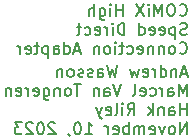
<source format=gbo>
G04 #@! TF.GenerationSoftware,KiCad,Pcbnew,7.0.8*
G04 #@! TF.CreationDate,2023-12-01T23:48:08-08:00*
G04 #@! TF.ProjectId,COMiX-Edge-Adapter-Slim,434f4d69-582d-4456-9467-652d41646170,rev?*
G04 #@! TF.SameCoordinates,Original*
G04 #@! TF.FileFunction,Legend,Bot*
G04 #@! TF.FilePolarity,Positive*
%FSLAX46Y46*%
G04 Gerber Fmt 4.6, Leading zero omitted, Abs format (unit mm)*
G04 Created by KiCad (PCBNEW 7.0.8) date 2023-12-01 23:48:08*
%MOMM*%
%LPD*%
G01*
G04 APERTURE LIST*
%ADD10C,0.150000*%
%ADD11C,1.400000*%
%ADD12O,1.400000X1.400000*%
%ADD13R,1.600000X1.600000*%
%ADD14O,1.600000X1.600000*%
%ADD15R,1.700000X1.700000*%
%ADD16O,1.700000X1.700000*%
%ADD17R,8.890000X1.397000*%
G04 APERTURE END LIST*
D10*
X228148992Y-133968580D02*
X228196611Y-134016200D01*
X228196611Y-134016200D02*
X228339468Y-134063819D01*
X228339468Y-134063819D02*
X228434706Y-134063819D01*
X228434706Y-134063819D02*
X228577563Y-134016200D01*
X228577563Y-134016200D02*
X228672801Y-133920961D01*
X228672801Y-133920961D02*
X228720420Y-133825723D01*
X228720420Y-133825723D02*
X228768039Y-133635247D01*
X228768039Y-133635247D02*
X228768039Y-133492390D01*
X228768039Y-133492390D02*
X228720420Y-133301914D01*
X228720420Y-133301914D02*
X228672801Y-133206676D01*
X228672801Y-133206676D02*
X228577563Y-133111438D01*
X228577563Y-133111438D02*
X228434706Y-133063819D01*
X228434706Y-133063819D02*
X228339468Y-133063819D01*
X228339468Y-133063819D02*
X228196611Y-133111438D01*
X228196611Y-133111438D02*
X228148992Y-133159057D01*
X227529944Y-133063819D02*
X227339468Y-133063819D01*
X227339468Y-133063819D02*
X227244230Y-133111438D01*
X227244230Y-133111438D02*
X227148992Y-133206676D01*
X227148992Y-133206676D02*
X227101373Y-133397152D01*
X227101373Y-133397152D02*
X227101373Y-133730485D01*
X227101373Y-133730485D02*
X227148992Y-133920961D01*
X227148992Y-133920961D02*
X227244230Y-134016200D01*
X227244230Y-134016200D02*
X227339468Y-134063819D01*
X227339468Y-134063819D02*
X227529944Y-134063819D01*
X227529944Y-134063819D02*
X227625182Y-134016200D01*
X227625182Y-134016200D02*
X227720420Y-133920961D01*
X227720420Y-133920961D02*
X227768039Y-133730485D01*
X227768039Y-133730485D02*
X227768039Y-133397152D01*
X227768039Y-133397152D02*
X227720420Y-133206676D01*
X227720420Y-133206676D02*
X227625182Y-133111438D01*
X227625182Y-133111438D02*
X227529944Y-133063819D01*
X226672801Y-134063819D02*
X226672801Y-133063819D01*
X226672801Y-133063819D02*
X226339468Y-133778104D01*
X226339468Y-133778104D02*
X226006135Y-133063819D01*
X226006135Y-133063819D02*
X226006135Y-134063819D01*
X225529944Y-134063819D02*
X225529944Y-133397152D01*
X225529944Y-133063819D02*
X225577563Y-133111438D01*
X225577563Y-133111438D02*
X225529944Y-133159057D01*
X225529944Y-133159057D02*
X225482325Y-133111438D01*
X225482325Y-133111438D02*
X225529944Y-133063819D01*
X225529944Y-133063819D02*
X225529944Y-133159057D01*
X225148992Y-133063819D02*
X224482326Y-134063819D01*
X224482326Y-133063819D02*
X225148992Y-134063819D01*
X223339468Y-134063819D02*
X223339468Y-133063819D01*
X223339468Y-133540009D02*
X222768040Y-133540009D01*
X222768040Y-134063819D02*
X222768040Y-133063819D01*
X222291849Y-134063819D02*
X222291849Y-133397152D01*
X222291849Y-133063819D02*
X222339468Y-133111438D01*
X222339468Y-133111438D02*
X222291849Y-133159057D01*
X222291849Y-133159057D02*
X222244230Y-133111438D01*
X222244230Y-133111438D02*
X222291849Y-133063819D01*
X222291849Y-133063819D02*
X222291849Y-133159057D01*
X221387088Y-133397152D02*
X221387088Y-134206676D01*
X221387088Y-134206676D02*
X221434707Y-134301914D01*
X221434707Y-134301914D02*
X221482326Y-134349533D01*
X221482326Y-134349533D02*
X221577564Y-134397152D01*
X221577564Y-134397152D02*
X221720421Y-134397152D01*
X221720421Y-134397152D02*
X221815659Y-134349533D01*
X221387088Y-134016200D02*
X221482326Y-134063819D01*
X221482326Y-134063819D02*
X221672802Y-134063819D01*
X221672802Y-134063819D02*
X221768040Y-134016200D01*
X221768040Y-134016200D02*
X221815659Y-133968580D01*
X221815659Y-133968580D02*
X221863278Y-133873342D01*
X221863278Y-133873342D02*
X221863278Y-133587628D01*
X221863278Y-133587628D02*
X221815659Y-133492390D01*
X221815659Y-133492390D02*
X221768040Y-133444771D01*
X221768040Y-133444771D02*
X221672802Y-133397152D01*
X221672802Y-133397152D02*
X221482326Y-133397152D01*
X221482326Y-133397152D02*
X221387088Y-133444771D01*
X220910897Y-134063819D02*
X220910897Y-133063819D01*
X220482326Y-134063819D02*
X220482326Y-133540009D01*
X220482326Y-133540009D02*
X220529945Y-133444771D01*
X220529945Y-133444771D02*
X220625183Y-133397152D01*
X220625183Y-133397152D02*
X220768040Y-133397152D01*
X220768040Y-133397152D02*
X220863278Y-133444771D01*
X220863278Y-133444771D02*
X220910897Y-133492390D01*
X228768039Y-135626200D02*
X228625182Y-135673819D01*
X228625182Y-135673819D02*
X228387087Y-135673819D01*
X228387087Y-135673819D02*
X228291849Y-135626200D01*
X228291849Y-135626200D02*
X228244230Y-135578580D01*
X228244230Y-135578580D02*
X228196611Y-135483342D01*
X228196611Y-135483342D02*
X228196611Y-135388104D01*
X228196611Y-135388104D02*
X228244230Y-135292866D01*
X228244230Y-135292866D02*
X228291849Y-135245247D01*
X228291849Y-135245247D02*
X228387087Y-135197628D01*
X228387087Y-135197628D02*
X228577563Y-135150009D01*
X228577563Y-135150009D02*
X228672801Y-135102390D01*
X228672801Y-135102390D02*
X228720420Y-135054771D01*
X228720420Y-135054771D02*
X228768039Y-134959533D01*
X228768039Y-134959533D02*
X228768039Y-134864295D01*
X228768039Y-134864295D02*
X228720420Y-134769057D01*
X228720420Y-134769057D02*
X228672801Y-134721438D01*
X228672801Y-134721438D02*
X228577563Y-134673819D01*
X228577563Y-134673819D02*
X228339468Y-134673819D01*
X228339468Y-134673819D02*
X228196611Y-134721438D01*
X227768039Y-135007152D02*
X227768039Y-136007152D01*
X227768039Y-135054771D02*
X227672801Y-135007152D01*
X227672801Y-135007152D02*
X227482325Y-135007152D01*
X227482325Y-135007152D02*
X227387087Y-135054771D01*
X227387087Y-135054771D02*
X227339468Y-135102390D01*
X227339468Y-135102390D02*
X227291849Y-135197628D01*
X227291849Y-135197628D02*
X227291849Y-135483342D01*
X227291849Y-135483342D02*
X227339468Y-135578580D01*
X227339468Y-135578580D02*
X227387087Y-135626200D01*
X227387087Y-135626200D02*
X227482325Y-135673819D01*
X227482325Y-135673819D02*
X227672801Y-135673819D01*
X227672801Y-135673819D02*
X227768039Y-135626200D01*
X226482325Y-135626200D02*
X226577563Y-135673819D01*
X226577563Y-135673819D02*
X226768039Y-135673819D01*
X226768039Y-135673819D02*
X226863277Y-135626200D01*
X226863277Y-135626200D02*
X226910896Y-135530961D01*
X226910896Y-135530961D02*
X226910896Y-135150009D01*
X226910896Y-135150009D02*
X226863277Y-135054771D01*
X226863277Y-135054771D02*
X226768039Y-135007152D01*
X226768039Y-135007152D02*
X226577563Y-135007152D01*
X226577563Y-135007152D02*
X226482325Y-135054771D01*
X226482325Y-135054771D02*
X226434706Y-135150009D01*
X226434706Y-135150009D02*
X226434706Y-135245247D01*
X226434706Y-135245247D02*
X226910896Y-135340485D01*
X225625182Y-135626200D02*
X225720420Y-135673819D01*
X225720420Y-135673819D02*
X225910896Y-135673819D01*
X225910896Y-135673819D02*
X226006134Y-135626200D01*
X226006134Y-135626200D02*
X226053753Y-135530961D01*
X226053753Y-135530961D02*
X226053753Y-135150009D01*
X226053753Y-135150009D02*
X226006134Y-135054771D01*
X226006134Y-135054771D02*
X225910896Y-135007152D01*
X225910896Y-135007152D02*
X225720420Y-135007152D01*
X225720420Y-135007152D02*
X225625182Y-135054771D01*
X225625182Y-135054771D02*
X225577563Y-135150009D01*
X225577563Y-135150009D02*
X225577563Y-135245247D01*
X225577563Y-135245247D02*
X226053753Y-135340485D01*
X224720420Y-135673819D02*
X224720420Y-134673819D01*
X224720420Y-135626200D02*
X224815658Y-135673819D01*
X224815658Y-135673819D02*
X225006134Y-135673819D01*
X225006134Y-135673819D02*
X225101372Y-135626200D01*
X225101372Y-135626200D02*
X225148991Y-135578580D01*
X225148991Y-135578580D02*
X225196610Y-135483342D01*
X225196610Y-135483342D02*
X225196610Y-135197628D01*
X225196610Y-135197628D02*
X225148991Y-135102390D01*
X225148991Y-135102390D02*
X225101372Y-135054771D01*
X225101372Y-135054771D02*
X225006134Y-135007152D01*
X225006134Y-135007152D02*
X224815658Y-135007152D01*
X224815658Y-135007152D02*
X224720420Y-135054771D01*
X223482324Y-135673819D02*
X223482324Y-134673819D01*
X223482324Y-134673819D02*
X223244229Y-134673819D01*
X223244229Y-134673819D02*
X223101372Y-134721438D01*
X223101372Y-134721438D02*
X223006134Y-134816676D01*
X223006134Y-134816676D02*
X222958515Y-134911914D01*
X222958515Y-134911914D02*
X222910896Y-135102390D01*
X222910896Y-135102390D02*
X222910896Y-135245247D01*
X222910896Y-135245247D02*
X222958515Y-135435723D01*
X222958515Y-135435723D02*
X223006134Y-135530961D01*
X223006134Y-135530961D02*
X223101372Y-135626200D01*
X223101372Y-135626200D02*
X223244229Y-135673819D01*
X223244229Y-135673819D02*
X223482324Y-135673819D01*
X222482324Y-135673819D02*
X222482324Y-135007152D01*
X222482324Y-134673819D02*
X222529943Y-134721438D01*
X222529943Y-134721438D02*
X222482324Y-134769057D01*
X222482324Y-134769057D02*
X222434705Y-134721438D01*
X222434705Y-134721438D02*
X222482324Y-134673819D01*
X222482324Y-134673819D02*
X222482324Y-134769057D01*
X222006134Y-135673819D02*
X222006134Y-135007152D01*
X222006134Y-135197628D02*
X221958515Y-135102390D01*
X221958515Y-135102390D02*
X221910896Y-135054771D01*
X221910896Y-135054771D02*
X221815658Y-135007152D01*
X221815658Y-135007152D02*
X221720420Y-135007152D01*
X221006134Y-135626200D02*
X221101372Y-135673819D01*
X221101372Y-135673819D02*
X221291848Y-135673819D01*
X221291848Y-135673819D02*
X221387086Y-135626200D01*
X221387086Y-135626200D02*
X221434705Y-135530961D01*
X221434705Y-135530961D02*
X221434705Y-135150009D01*
X221434705Y-135150009D02*
X221387086Y-135054771D01*
X221387086Y-135054771D02*
X221291848Y-135007152D01*
X221291848Y-135007152D02*
X221101372Y-135007152D01*
X221101372Y-135007152D02*
X221006134Y-135054771D01*
X221006134Y-135054771D02*
X220958515Y-135150009D01*
X220958515Y-135150009D02*
X220958515Y-135245247D01*
X220958515Y-135245247D02*
X221434705Y-135340485D01*
X220101372Y-135626200D02*
X220196610Y-135673819D01*
X220196610Y-135673819D02*
X220387086Y-135673819D01*
X220387086Y-135673819D02*
X220482324Y-135626200D01*
X220482324Y-135626200D02*
X220529943Y-135578580D01*
X220529943Y-135578580D02*
X220577562Y-135483342D01*
X220577562Y-135483342D02*
X220577562Y-135197628D01*
X220577562Y-135197628D02*
X220529943Y-135102390D01*
X220529943Y-135102390D02*
X220482324Y-135054771D01*
X220482324Y-135054771D02*
X220387086Y-135007152D01*
X220387086Y-135007152D02*
X220196610Y-135007152D01*
X220196610Y-135007152D02*
X220101372Y-135054771D01*
X219815657Y-135007152D02*
X219434705Y-135007152D01*
X219672800Y-134673819D02*
X219672800Y-135530961D01*
X219672800Y-135530961D02*
X219625181Y-135626200D01*
X219625181Y-135626200D02*
X219529943Y-135673819D01*
X219529943Y-135673819D02*
X219434705Y-135673819D01*
X228148992Y-137188580D02*
X228196611Y-137236200D01*
X228196611Y-137236200D02*
X228339468Y-137283819D01*
X228339468Y-137283819D02*
X228434706Y-137283819D01*
X228434706Y-137283819D02*
X228577563Y-137236200D01*
X228577563Y-137236200D02*
X228672801Y-137140961D01*
X228672801Y-137140961D02*
X228720420Y-137045723D01*
X228720420Y-137045723D02*
X228768039Y-136855247D01*
X228768039Y-136855247D02*
X228768039Y-136712390D01*
X228768039Y-136712390D02*
X228720420Y-136521914D01*
X228720420Y-136521914D02*
X228672801Y-136426676D01*
X228672801Y-136426676D02*
X228577563Y-136331438D01*
X228577563Y-136331438D02*
X228434706Y-136283819D01*
X228434706Y-136283819D02*
X228339468Y-136283819D01*
X228339468Y-136283819D02*
X228196611Y-136331438D01*
X228196611Y-136331438D02*
X228148992Y-136379057D01*
X227577563Y-137283819D02*
X227672801Y-137236200D01*
X227672801Y-137236200D02*
X227720420Y-137188580D01*
X227720420Y-137188580D02*
X227768039Y-137093342D01*
X227768039Y-137093342D02*
X227768039Y-136807628D01*
X227768039Y-136807628D02*
X227720420Y-136712390D01*
X227720420Y-136712390D02*
X227672801Y-136664771D01*
X227672801Y-136664771D02*
X227577563Y-136617152D01*
X227577563Y-136617152D02*
X227434706Y-136617152D01*
X227434706Y-136617152D02*
X227339468Y-136664771D01*
X227339468Y-136664771D02*
X227291849Y-136712390D01*
X227291849Y-136712390D02*
X227244230Y-136807628D01*
X227244230Y-136807628D02*
X227244230Y-137093342D01*
X227244230Y-137093342D02*
X227291849Y-137188580D01*
X227291849Y-137188580D02*
X227339468Y-137236200D01*
X227339468Y-137236200D02*
X227434706Y-137283819D01*
X227434706Y-137283819D02*
X227577563Y-137283819D01*
X226815658Y-136617152D02*
X226815658Y-137283819D01*
X226815658Y-136712390D02*
X226768039Y-136664771D01*
X226768039Y-136664771D02*
X226672801Y-136617152D01*
X226672801Y-136617152D02*
X226529944Y-136617152D01*
X226529944Y-136617152D02*
X226434706Y-136664771D01*
X226434706Y-136664771D02*
X226387087Y-136760009D01*
X226387087Y-136760009D02*
X226387087Y-137283819D01*
X225910896Y-136617152D02*
X225910896Y-137283819D01*
X225910896Y-136712390D02*
X225863277Y-136664771D01*
X225863277Y-136664771D02*
X225768039Y-136617152D01*
X225768039Y-136617152D02*
X225625182Y-136617152D01*
X225625182Y-136617152D02*
X225529944Y-136664771D01*
X225529944Y-136664771D02*
X225482325Y-136760009D01*
X225482325Y-136760009D02*
X225482325Y-137283819D01*
X224625182Y-137236200D02*
X224720420Y-137283819D01*
X224720420Y-137283819D02*
X224910896Y-137283819D01*
X224910896Y-137283819D02*
X225006134Y-137236200D01*
X225006134Y-137236200D02*
X225053753Y-137140961D01*
X225053753Y-137140961D02*
X225053753Y-136760009D01*
X225053753Y-136760009D02*
X225006134Y-136664771D01*
X225006134Y-136664771D02*
X224910896Y-136617152D01*
X224910896Y-136617152D02*
X224720420Y-136617152D01*
X224720420Y-136617152D02*
X224625182Y-136664771D01*
X224625182Y-136664771D02*
X224577563Y-136760009D01*
X224577563Y-136760009D02*
X224577563Y-136855247D01*
X224577563Y-136855247D02*
X225053753Y-136950485D01*
X223720420Y-137236200D02*
X223815658Y-137283819D01*
X223815658Y-137283819D02*
X224006134Y-137283819D01*
X224006134Y-137283819D02*
X224101372Y-137236200D01*
X224101372Y-137236200D02*
X224148991Y-137188580D01*
X224148991Y-137188580D02*
X224196610Y-137093342D01*
X224196610Y-137093342D02*
X224196610Y-136807628D01*
X224196610Y-136807628D02*
X224148991Y-136712390D01*
X224148991Y-136712390D02*
X224101372Y-136664771D01*
X224101372Y-136664771D02*
X224006134Y-136617152D01*
X224006134Y-136617152D02*
X223815658Y-136617152D01*
X223815658Y-136617152D02*
X223720420Y-136664771D01*
X223434705Y-136617152D02*
X223053753Y-136617152D01*
X223291848Y-136283819D02*
X223291848Y-137140961D01*
X223291848Y-137140961D02*
X223244229Y-137236200D01*
X223244229Y-137236200D02*
X223148991Y-137283819D01*
X223148991Y-137283819D02*
X223053753Y-137283819D01*
X222720419Y-137283819D02*
X222720419Y-136617152D01*
X222720419Y-136283819D02*
X222768038Y-136331438D01*
X222768038Y-136331438D02*
X222720419Y-136379057D01*
X222720419Y-136379057D02*
X222672800Y-136331438D01*
X222672800Y-136331438D02*
X222720419Y-136283819D01*
X222720419Y-136283819D02*
X222720419Y-136379057D01*
X222101372Y-137283819D02*
X222196610Y-137236200D01*
X222196610Y-137236200D02*
X222244229Y-137188580D01*
X222244229Y-137188580D02*
X222291848Y-137093342D01*
X222291848Y-137093342D02*
X222291848Y-136807628D01*
X222291848Y-136807628D02*
X222244229Y-136712390D01*
X222244229Y-136712390D02*
X222196610Y-136664771D01*
X222196610Y-136664771D02*
X222101372Y-136617152D01*
X222101372Y-136617152D02*
X221958515Y-136617152D01*
X221958515Y-136617152D02*
X221863277Y-136664771D01*
X221863277Y-136664771D02*
X221815658Y-136712390D01*
X221815658Y-136712390D02*
X221768039Y-136807628D01*
X221768039Y-136807628D02*
X221768039Y-137093342D01*
X221768039Y-137093342D02*
X221815658Y-137188580D01*
X221815658Y-137188580D02*
X221863277Y-137236200D01*
X221863277Y-137236200D02*
X221958515Y-137283819D01*
X221958515Y-137283819D02*
X222101372Y-137283819D01*
X221339467Y-136617152D02*
X221339467Y-137283819D01*
X221339467Y-136712390D02*
X221291848Y-136664771D01*
X221291848Y-136664771D02*
X221196610Y-136617152D01*
X221196610Y-136617152D02*
X221053753Y-136617152D01*
X221053753Y-136617152D02*
X220958515Y-136664771D01*
X220958515Y-136664771D02*
X220910896Y-136760009D01*
X220910896Y-136760009D02*
X220910896Y-137283819D01*
X219720419Y-136998104D02*
X219244229Y-136998104D01*
X219815657Y-137283819D02*
X219482324Y-136283819D01*
X219482324Y-136283819D02*
X219148991Y-137283819D01*
X218387086Y-137283819D02*
X218387086Y-136283819D01*
X218387086Y-137236200D02*
X218482324Y-137283819D01*
X218482324Y-137283819D02*
X218672800Y-137283819D01*
X218672800Y-137283819D02*
X218768038Y-137236200D01*
X218768038Y-137236200D02*
X218815657Y-137188580D01*
X218815657Y-137188580D02*
X218863276Y-137093342D01*
X218863276Y-137093342D02*
X218863276Y-136807628D01*
X218863276Y-136807628D02*
X218815657Y-136712390D01*
X218815657Y-136712390D02*
X218768038Y-136664771D01*
X218768038Y-136664771D02*
X218672800Y-136617152D01*
X218672800Y-136617152D02*
X218482324Y-136617152D01*
X218482324Y-136617152D02*
X218387086Y-136664771D01*
X217482324Y-137283819D02*
X217482324Y-136760009D01*
X217482324Y-136760009D02*
X217529943Y-136664771D01*
X217529943Y-136664771D02*
X217625181Y-136617152D01*
X217625181Y-136617152D02*
X217815657Y-136617152D01*
X217815657Y-136617152D02*
X217910895Y-136664771D01*
X217482324Y-137236200D02*
X217577562Y-137283819D01*
X217577562Y-137283819D02*
X217815657Y-137283819D01*
X217815657Y-137283819D02*
X217910895Y-137236200D01*
X217910895Y-137236200D02*
X217958514Y-137140961D01*
X217958514Y-137140961D02*
X217958514Y-137045723D01*
X217958514Y-137045723D02*
X217910895Y-136950485D01*
X217910895Y-136950485D02*
X217815657Y-136902866D01*
X217815657Y-136902866D02*
X217577562Y-136902866D01*
X217577562Y-136902866D02*
X217482324Y-136855247D01*
X217006133Y-136617152D02*
X217006133Y-137617152D01*
X217006133Y-136664771D02*
X216910895Y-136617152D01*
X216910895Y-136617152D02*
X216720419Y-136617152D01*
X216720419Y-136617152D02*
X216625181Y-136664771D01*
X216625181Y-136664771D02*
X216577562Y-136712390D01*
X216577562Y-136712390D02*
X216529943Y-136807628D01*
X216529943Y-136807628D02*
X216529943Y-137093342D01*
X216529943Y-137093342D02*
X216577562Y-137188580D01*
X216577562Y-137188580D02*
X216625181Y-137236200D01*
X216625181Y-137236200D02*
X216720419Y-137283819D01*
X216720419Y-137283819D02*
X216910895Y-137283819D01*
X216910895Y-137283819D02*
X217006133Y-137236200D01*
X216244228Y-136617152D02*
X215863276Y-136617152D01*
X216101371Y-136283819D02*
X216101371Y-137140961D01*
X216101371Y-137140961D02*
X216053752Y-137236200D01*
X216053752Y-137236200D02*
X215958514Y-137283819D01*
X215958514Y-137283819D02*
X215863276Y-137283819D01*
X215148990Y-137236200D02*
X215244228Y-137283819D01*
X215244228Y-137283819D02*
X215434704Y-137283819D01*
X215434704Y-137283819D02*
X215529942Y-137236200D01*
X215529942Y-137236200D02*
X215577561Y-137140961D01*
X215577561Y-137140961D02*
X215577561Y-136760009D01*
X215577561Y-136760009D02*
X215529942Y-136664771D01*
X215529942Y-136664771D02*
X215434704Y-136617152D01*
X215434704Y-136617152D02*
X215244228Y-136617152D01*
X215244228Y-136617152D02*
X215148990Y-136664771D01*
X215148990Y-136664771D02*
X215101371Y-136760009D01*
X215101371Y-136760009D02*
X215101371Y-136855247D01*
X215101371Y-136855247D02*
X215577561Y-136950485D01*
X214672799Y-137283819D02*
X214672799Y-136617152D01*
X214672799Y-136807628D02*
X214625180Y-136712390D01*
X214625180Y-136712390D02*
X214577561Y-136664771D01*
X214577561Y-136664771D02*
X214482323Y-136617152D01*
X214482323Y-136617152D02*
X214387085Y-136617152D01*
X228793439Y-138949904D02*
X228317249Y-138949904D01*
X228888677Y-139235619D02*
X228555344Y-138235619D01*
X228555344Y-138235619D02*
X228222011Y-139235619D01*
X227888677Y-138568952D02*
X227888677Y-139235619D01*
X227888677Y-138664190D02*
X227841058Y-138616571D01*
X227841058Y-138616571D02*
X227745820Y-138568952D01*
X227745820Y-138568952D02*
X227602963Y-138568952D01*
X227602963Y-138568952D02*
X227507725Y-138616571D01*
X227507725Y-138616571D02*
X227460106Y-138711809D01*
X227460106Y-138711809D02*
X227460106Y-139235619D01*
X226555344Y-139235619D02*
X226555344Y-138235619D01*
X226555344Y-139188000D02*
X226650582Y-139235619D01*
X226650582Y-139235619D02*
X226841058Y-139235619D01*
X226841058Y-139235619D02*
X226936296Y-139188000D01*
X226936296Y-139188000D02*
X226983915Y-139140380D01*
X226983915Y-139140380D02*
X227031534Y-139045142D01*
X227031534Y-139045142D02*
X227031534Y-138759428D01*
X227031534Y-138759428D02*
X226983915Y-138664190D01*
X226983915Y-138664190D02*
X226936296Y-138616571D01*
X226936296Y-138616571D02*
X226841058Y-138568952D01*
X226841058Y-138568952D02*
X226650582Y-138568952D01*
X226650582Y-138568952D02*
X226555344Y-138616571D01*
X226079153Y-139235619D02*
X226079153Y-138568952D01*
X226079153Y-138759428D02*
X226031534Y-138664190D01*
X226031534Y-138664190D02*
X225983915Y-138616571D01*
X225983915Y-138616571D02*
X225888677Y-138568952D01*
X225888677Y-138568952D02*
X225793439Y-138568952D01*
X225079153Y-139188000D02*
X225174391Y-139235619D01*
X225174391Y-139235619D02*
X225364867Y-139235619D01*
X225364867Y-139235619D02*
X225460105Y-139188000D01*
X225460105Y-139188000D02*
X225507724Y-139092761D01*
X225507724Y-139092761D02*
X225507724Y-138711809D01*
X225507724Y-138711809D02*
X225460105Y-138616571D01*
X225460105Y-138616571D02*
X225364867Y-138568952D01*
X225364867Y-138568952D02*
X225174391Y-138568952D01*
X225174391Y-138568952D02*
X225079153Y-138616571D01*
X225079153Y-138616571D02*
X225031534Y-138711809D01*
X225031534Y-138711809D02*
X225031534Y-138807047D01*
X225031534Y-138807047D02*
X225507724Y-138902285D01*
X224698200Y-138568952D02*
X224507724Y-139235619D01*
X224507724Y-139235619D02*
X224317248Y-138759428D01*
X224317248Y-138759428D02*
X224126772Y-139235619D01*
X224126772Y-139235619D02*
X223936296Y-138568952D01*
X222888676Y-138235619D02*
X222650581Y-139235619D01*
X222650581Y-139235619D02*
X222460105Y-138521333D01*
X222460105Y-138521333D02*
X222269629Y-139235619D01*
X222269629Y-139235619D02*
X222031534Y-138235619D01*
X221222010Y-139235619D02*
X221222010Y-138711809D01*
X221222010Y-138711809D02*
X221269629Y-138616571D01*
X221269629Y-138616571D02*
X221364867Y-138568952D01*
X221364867Y-138568952D02*
X221555343Y-138568952D01*
X221555343Y-138568952D02*
X221650581Y-138616571D01*
X221222010Y-139188000D02*
X221317248Y-139235619D01*
X221317248Y-139235619D02*
X221555343Y-139235619D01*
X221555343Y-139235619D02*
X221650581Y-139188000D01*
X221650581Y-139188000D02*
X221698200Y-139092761D01*
X221698200Y-139092761D02*
X221698200Y-138997523D01*
X221698200Y-138997523D02*
X221650581Y-138902285D01*
X221650581Y-138902285D02*
X221555343Y-138854666D01*
X221555343Y-138854666D02*
X221317248Y-138854666D01*
X221317248Y-138854666D02*
X221222010Y-138807047D01*
X220793438Y-139188000D02*
X220698200Y-139235619D01*
X220698200Y-139235619D02*
X220507724Y-139235619D01*
X220507724Y-139235619D02*
X220412486Y-139188000D01*
X220412486Y-139188000D02*
X220364867Y-139092761D01*
X220364867Y-139092761D02*
X220364867Y-139045142D01*
X220364867Y-139045142D02*
X220412486Y-138949904D01*
X220412486Y-138949904D02*
X220507724Y-138902285D01*
X220507724Y-138902285D02*
X220650581Y-138902285D01*
X220650581Y-138902285D02*
X220745819Y-138854666D01*
X220745819Y-138854666D02*
X220793438Y-138759428D01*
X220793438Y-138759428D02*
X220793438Y-138711809D01*
X220793438Y-138711809D02*
X220745819Y-138616571D01*
X220745819Y-138616571D02*
X220650581Y-138568952D01*
X220650581Y-138568952D02*
X220507724Y-138568952D01*
X220507724Y-138568952D02*
X220412486Y-138616571D01*
X219983914Y-139188000D02*
X219888676Y-139235619D01*
X219888676Y-139235619D02*
X219698200Y-139235619D01*
X219698200Y-139235619D02*
X219602962Y-139188000D01*
X219602962Y-139188000D02*
X219555343Y-139092761D01*
X219555343Y-139092761D02*
X219555343Y-139045142D01*
X219555343Y-139045142D02*
X219602962Y-138949904D01*
X219602962Y-138949904D02*
X219698200Y-138902285D01*
X219698200Y-138902285D02*
X219841057Y-138902285D01*
X219841057Y-138902285D02*
X219936295Y-138854666D01*
X219936295Y-138854666D02*
X219983914Y-138759428D01*
X219983914Y-138759428D02*
X219983914Y-138711809D01*
X219983914Y-138711809D02*
X219936295Y-138616571D01*
X219936295Y-138616571D02*
X219841057Y-138568952D01*
X219841057Y-138568952D02*
X219698200Y-138568952D01*
X219698200Y-138568952D02*
X219602962Y-138616571D01*
X218983914Y-139235619D02*
X219079152Y-139188000D01*
X219079152Y-139188000D02*
X219126771Y-139140380D01*
X219126771Y-139140380D02*
X219174390Y-139045142D01*
X219174390Y-139045142D02*
X219174390Y-138759428D01*
X219174390Y-138759428D02*
X219126771Y-138664190D01*
X219126771Y-138664190D02*
X219079152Y-138616571D01*
X219079152Y-138616571D02*
X218983914Y-138568952D01*
X218983914Y-138568952D02*
X218841057Y-138568952D01*
X218841057Y-138568952D02*
X218745819Y-138616571D01*
X218745819Y-138616571D02*
X218698200Y-138664190D01*
X218698200Y-138664190D02*
X218650581Y-138759428D01*
X218650581Y-138759428D02*
X218650581Y-139045142D01*
X218650581Y-139045142D02*
X218698200Y-139140380D01*
X218698200Y-139140380D02*
X218745819Y-139188000D01*
X218745819Y-139188000D02*
X218841057Y-139235619D01*
X218841057Y-139235619D02*
X218983914Y-139235619D01*
X218222009Y-138568952D02*
X218222009Y-139235619D01*
X218222009Y-138664190D02*
X218174390Y-138616571D01*
X218174390Y-138616571D02*
X218079152Y-138568952D01*
X218079152Y-138568952D02*
X217936295Y-138568952D01*
X217936295Y-138568952D02*
X217841057Y-138616571D01*
X217841057Y-138616571D02*
X217793438Y-138711809D01*
X217793438Y-138711809D02*
X217793438Y-139235619D01*
X228745820Y-140845619D02*
X228745820Y-139845619D01*
X228745820Y-139845619D02*
X228412487Y-140559904D01*
X228412487Y-140559904D02*
X228079154Y-139845619D01*
X228079154Y-139845619D02*
X228079154Y-140845619D01*
X227174392Y-140845619D02*
X227174392Y-140321809D01*
X227174392Y-140321809D02*
X227222011Y-140226571D01*
X227222011Y-140226571D02*
X227317249Y-140178952D01*
X227317249Y-140178952D02*
X227507725Y-140178952D01*
X227507725Y-140178952D02*
X227602963Y-140226571D01*
X227174392Y-140798000D02*
X227269630Y-140845619D01*
X227269630Y-140845619D02*
X227507725Y-140845619D01*
X227507725Y-140845619D02*
X227602963Y-140798000D01*
X227602963Y-140798000D02*
X227650582Y-140702761D01*
X227650582Y-140702761D02*
X227650582Y-140607523D01*
X227650582Y-140607523D02*
X227602963Y-140512285D01*
X227602963Y-140512285D02*
X227507725Y-140464666D01*
X227507725Y-140464666D02*
X227269630Y-140464666D01*
X227269630Y-140464666D02*
X227174392Y-140417047D01*
X226698201Y-140845619D02*
X226698201Y-140178952D01*
X226698201Y-140369428D02*
X226650582Y-140274190D01*
X226650582Y-140274190D02*
X226602963Y-140226571D01*
X226602963Y-140226571D02*
X226507725Y-140178952D01*
X226507725Y-140178952D02*
X226412487Y-140178952D01*
X225650582Y-140798000D02*
X225745820Y-140845619D01*
X225745820Y-140845619D02*
X225936296Y-140845619D01*
X225936296Y-140845619D02*
X226031534Y-140798000D01*
X226031534Y-140798000D02*
X226079153Y-140750380D01*
X226079153Y-140750380D02*
X226126772Y-140655142D01*
X226126772Y-140655142D02*
X226126772Y-140369428D01*
X226126772Y-140369428D02*
X226079153Y-140274190D01*
X226079153Y-140274190D02*
X226031534Y-140226571D01*
X226031534Y-140226571D02*
X225936296Y-140178952D01*
X225936296Y-140178952D02*
X225745820Y-140178952D01*
X225745820Y-140178952D02*
X225650582Y-140226571D01*
X224841058Y-140798000D02*
X224936296Y-140845619D01*
X224936296Y-140845619D02*
X225126772Y-140845619D01*
X225126772Y-140845619D02*
X225222010Y-140798000D01*
X225222010Y-140798000D02*
X225269629Y-140702761D01*
X225269629Y-140702761D02*
X225269629Y-140321809D01*
X225269629Y-140321809D02*
X225222010Y-140226571D01*
X225222010Y-140226571D02*
X225126772Y-140178952D01*
X225126772Y-140178952D02*
X224936296Y-140178952D01*
X224936296Y-140178952D02*
X224841058Y-140226571D01*
X224841058Y-140226571D02*
X224793439Y-140321809D01*
X224793439Y-140321809D02*
X224793439Y-140417047D01*
X224793439Y-140417047D02*
X225269629Y-140512285D01*
X224222010Y-140845619D02*
X224317248Y-140798000D01*
X224317248Y-140798000D02*
X224364867Y-140702761D01*
X224364867Y-140702761D02*
X224364867Y-139845619D01*
X223222009Y-139845619D02*
X222888676Y-140845619D01*
X222888676Y-140845619D02*
X222555343Y-139845619D01*
X221793438Y-140845619D02*
X221793438Y-140321809D01*
X221793438Y-140321809D02*
X221841057Y-140226571D01*
X221841057Y-140226571D02*
X221936295Y-140178952D01*
X221936295Y-140178952D02*
X222126771Y-140178952D01*
X222126771Y-140178952D02*
X222222009Y-140226571D01*
X221793438Y-140798000D02*
X221888676Y-140845619D01*
X221888676Y-140845619D02*
X222126771Y-140845619D01*
X222126771Y-140845619D02*
X222222009Y-140798000D01*
X222222009Y-140798000D02*
X222269628Y-140702761D01*
X222269628Y-140702761D02*
X222269628Y-140607523D01*
X222269628Y-140607523D02*
X222222009Y-140512285D01*
X222222009Y-140512285D02*
X222126771Y-140464666D01*
X222126771Y-140464666D02*
X221888676Y-140464666D01*
X221888676Y-140464666D02*
X221793438Y-140417047D01*
X221317247Y-140178952D02*
X221317247Y-140845619D01*
X221317247Y-140274190D02*
X221269628Y-140226571D01*
X221269628Y-140226571D02*
X221174390Y-140178952D01*
X221174390Y-140178952D02*
X221031533Y-140178952D01*
X221031533Y-140178952D02*
X220936295Y-140226571D01*
X220936295Y-140226571D02*
X220888676Y-140321809D01*
X220888676Y-140321809D02*
X220888676Y-140845619D01*
X219793437Y-139845619D02*
X219222009Y-139845619D01*
X219507723Y-140845619D02*
X219507723Y-139845619D01*
X218745818Y-140845619D02*
X218841056Y-140798000D01*
X218841056Y-140798000D02*
X218888675Y-140750380D01*
X218888675Y-140750380D02*
X218936294Y-140655142D01*
X218936294Y-140655142D02*
X218936294Y-140369428D01*
X218936294Y-140369428D02*
X218888675Y-140274190D01*
X218888675Y-140274190D02*
X218841056Y-140226571D01*
X218841056Y-140226571D02*
X218745818Y-140178952D01*
X218745818Y-140178952D02*
X218602961Y-140178952D01*
X218602961Y-140178952D02*
X218507723Y-140226571D01*
X218507723Y-140226571D02*
X218460104Y-140274190D01*
X218460104Y-140274190D02*
X218412485Y-140369428D01*
X218412485Y-140369428D02*
X218412485Y-140655142D01*
X218412485Y-140655142D02*
X218460104Y-140750380D01*
X218460104Y-140750380D02*
X218507723Y-140798000D01*
X218507723Y-140798000D02*
X218602961Y-140845619D01*
X218602961Y-140845619D02*
X218745818Y-140845619D01*
X217983913Y-140178952D02*
X217983913Y-140845619D01*
X217983913Y-140274190D02*
X217936294Y-140226571D01*
X217936294Y-140226571D02*
X217841056Y-140178952D01*
X217841056Y-140178952D02*
X217698199Y-140178952D01*
X217698199Y-140178952D02*
X217602961Y-140226571D01*
X217602961Y-140226571D02*
X217555342Y-140321809D01*
X217555342Y-140321809D02*
X217555342Y-140845619D01*
X216650580Y-140178952D02*
X216650580Y-140988476D01*
X216650580Y-140988476D02*
X216698199Y-141083714D01*
X216698199Y-141083714D02*
X216745818Y-141131333D01*
X216745818Y-141131333D02*
X216841056Y-141178952D01*
X216841056Y-141178952D02*
X216983913Y-141178952D01*
X216983913Y-141178952D02*
X217079151Y-141131333D01*
X216650580Y-140798000D02*
X216745818Y-140845619D01*
X216745818Y-140845619D02*
X216936294Y-140845619D01*
X216936294Y-140845619D02*
X217031532Y-140798000D01*
X217031532Y-140798000D02*
X217079151Y-140750380D01*
X217079151Y-140750380D02*
X217126770Y-140655142D01*
X217126770Y-140655142D02*
X217126770Y-140369428D01*
X217126770Y-140369428D02*
X217079151Y-140274190D01*
X217079151Y-140274190D02*
X217031532Y-140226571D01*
X217031532Y-140226571D02*
X216936294Y-140178952D01*
X216936294Y-140178952D02*
X216745818Y-140178952D01*
X216745818Y-140178952D02*
X216650580Y-140226571D01*
X215793437Y-140798000D02*
X215888675Y-140845619D01*
X215888675Y-140845619D02*
X216079151Y-140845619D01*
X216079151Y-140845619D02*
X216174389Y-140798000D01*
X216174389Y-140798000D02*
X216222008Y-140702761D01*
X216222008Y-140702761D02*
X216222008Y-140321809D01*
X216222008Y-140321809D02*
X216174389Y-140226571D01*
X216174389Y-140226571D02*
X216079151Y-140178952D01*
X216079151Y-140178952D02*
X215888675Y-140178952D01*
X215888675Y-140178952D02*
X215793437Y-140226571D01*
X215793437Y-140226571D02*
X215745818Y-140321809D01*
X215745818Y-140321809D02*
X215745818Y-140417047D01*
X215745818Y-140417047D02*
X216222008Y-140512285D01*
X215317246Y-140845619D02*
X215317246Y-140178952D01*
X215317246Y-140369428D02*
X215269627Y-140274190D01*
X215269627Y-140274190D02*
X215222008Y-140226571D01*
X215222008Y-140226571D02*
X215126770Y-140178952D01*
X215126770Y-140178952D02*
X215031532Y-140178952D01*
X214317246Y-140798000D02*
X214412484Y-140845619D01*
X214412484Y-140845619D02*
X214602960Y-140845619D01*
X214602960Y-140845619D02*
X214698198Y-140798000D01*
X214698198Y-140798000D02*
X214745817Y-140702761D01*
X214745817Y-140702761D02*
X214745817Y-140321809D01*
X214745817Y-140321809D02*
X214698198Y-140226571D01*
X214698198Y-140226571D02*
X214602960Y-140178952D01*
X214602960Y-140178952D02*
X214412484Y-140178952D01*
X214412484Y-140178952D02*
X214317246Y-140226571D01*
X214317246Y-140226571D02*
X214269627Y-140321809D01*
X214269627Y-140321809D02*
X214269627Y-140417047D01*
X214269627Y-140417047D02*
X214745817Y-140512285D01*
X213841055Y-140178952D02*
X213841055Y-140845619D01*
X213841055Y-140274190D02*
X213793436Y-140226571D01*
X213793436Y-140226571D02*
X213698198Y-140178952D01*
X213698198Y-140178952D02*
X213555341Y-140178952D01*
X213555341Y-140178952D02*
X213460103Y-140226571D01*
X213460103Y-140226571D02*
X213412484Y-140321809D01*
X213412484Y-140321809D02*
X213412484Y-140845619D01*
X228745820Y-142455619D02*
X228745820Y-141455619D01*
X228745820Y-141931809D02*
X228174392Y-141931809D01*
X228174392Y-142455619D02*
X228174392Y-141455619D01*
X227269630Y-142455619D02*
X227269630Y-141931809D01*
X227269630Y-141931809D02*
X227317249Y-141836571D01*
X227317249Y-141836571D02*
X227412487Y-141788952D01*
X227412487Y-141788952D02*
X227602963Y-141788952D01*
X227602963Y-141788952D02*
X227698201Y-141836571D01*
X227269630Y-142408000D02*
X227364868Y-142455619D01*
X227364868Y-142455619D02*
X227602963Y-142455619D01*
X227602963Y-142455619D02*
X227698201Y-142408000D01*
X227698201Y-142408000D02*
X227745820Y-142312761D01*
X227745820Y-142312761D02*
X227745820Y-142217523D01*
X227745820Y-142217523D02*
X227698201Y-142122285D01*
X227698201Y-142122285D02*
X227602963Y-142074666D01*
X227602963Y-142074666D02*
X227364868Y-142074666D01*
X227364868Y-142074666D02*
X227269630Y-142027047D01*
X226793439Y-141788952D02*
X226793439Y-142455619D01*
X226793439Y-141884190D02*
X226745820Y-141836571D01*
X226745820Y-141836571D02*
X226650582Y-141788952D01*
X226650582Y-141788952D02*
X226507725Y-141788952D01*
X226507725Y-141788952D02*
X226412487Y-141836571D01*
X226412487Y-141836571D02*
X226364868Y-141931809D01*
X226364868Y-141931809D02*
X226364868Y-142455619D01*
X225888677Y-142455619D02*
X225888677Y-141455619D01*
X225793439Y-142074666D02*
X225507725Y-142455619D01*
X225507725Y-141788952D02*
X225888677Y-142169904D01*
X223745820Y-142455619D02*
X224079153Y-141979428D01*
X224317248Y-142455619D02*
X224317248Y-141455619D01*
X224317248Y-141455619D02*
X223936296Y-141455619D01*
X223936296Y-141455619D02*
X223841058Y-141503238D01*
X223841058Y-141503238D02*
X223793439Y-141550857D01*
X223793439Y-141550857D02*
X223745820Y-141646095D01*
X223745820Y-141646095D02*
X223745820Y-141788952D01*
X223745820Y-141788952D02*
X223793439Y-141884190D01*
X223793439Y-141884190D02*
X223841058Y-141931809D01*
X223841058Y-141931809D02*
X223936296Y-141979428D01*
X223936296Y-141979428D02*
X224317248Y-141979428D01*
X223317248Y-142455619D02*
X223317248Y-141788952D01*
X223317248Y-141455619D02*
X223364867Y-141503238D01*
X223364867Y-141503238D02*
X223317248Y-141550857D01*
X223317248Y-141550857D02*
X223269629Y-141503238D01*
X223269629Y-141503238D02*
X223317248Y-141455619D01*
X223317248Y-141455619D02*
X223317248Y-141550857D01*
X222698201Y-142455619D02*
X222793439Y-142408000D01*
X222793439Y-142408000D02*
X222841058Y-142312761D01*
X222841058Y-142312761D02*
X222841058Y-141455619D01*
X221936296Y-142408000D02*
X222031534Y-142455619D01*
X222031534Y-142455619D02*
X222222010Y-142455619D01*
X222222010Y-142455619D02*
X222317248Y-142408000D01*
X222317248Y-142408000D02*
X222364867Y-142312761D01*
X222364867Y-142312761D02*
X222364867Y-141931809D01*
X222364867Y-141931809D02*
X222317248Y-141836571D01*
X222317248Y-141836571D02*
X222222010Y-141788952D01*
X222222010Y-141788952D02*
X222031534Y-141788952D01*
X222031534Y-141788952D02*
X221936296Y-141836571D01*
X221936296Y-141836571D02*
X221888677Y-141931809D01*
X221888677Y-141931809D02*
X221888677Y-142027047D01*
X221888677Y-142027047D02*
X222364867Y-142122285D01*
X221555343Y-141788952D02*
X221317248Y-142455619D01*
X221079153Y-141788952D02*
X221317248Y-142455619D01*
X221317248Y-142455619D02*
X221412486Y-142693714D01*
X221412486Y-142693714D02*
X221460105Y-142741333D01*
X221460105Y-142741333D02*
X221555343Y-142788952D01*
X228745820Y-144065619D02*
X228745820Y-143065619D01*
X228745820Y-143065619D02*
X228174392Y-144065619D01*
X228174392Y-144065619D02*
X228174392Y-143065619D01*
X227555344Y-144065619D02*
X227650582Y-144018000D01*
X227650582Y-144018000D02*
X227698201Y-143970380D01*
X227698201Y-143970380D02*
X227745820Y-143875142D01*
X227745820Y-143875142D02*
X227745820Y-143589428D01*
X227745820Y-143589428D02*
X227698201Y-143494190D01*
X227698201Y-143494190D02*
X227650582Y-143446571D01*
X227650582Y-143446571D02*
X227555344Y-143398952D01*
X227555344Y-143398952D02*
X227412487Y-143398952D01*
X227412487Y-143398952D02*
X227317249Y-143446571D01*
X227317249Y-143446571D02*
X227269630Y-143494190D01*
X227269630Y-143494190D02*
X227222011Y-143589428D01*
X227222011Y-143589428D02*
X227222011Y-143875142D01*
X227222011Y-143875142D02*
X227269630Y-143970380D01*
X227269630Y-143970380D02*
X227317249Y-144018000D01*
X227317249Y-144018000D02*
X227412487Y-144065619D01*
X227412487Y-144065619D02*
X227555344Y-144065619D01*
X226888677Y-143398952D02*
X226650582Y-144065619D01*
X226650582Y-144065619D02*
X226412487Y-143398952D01*
X225650582Y-144018000D02*
X225745820Y-144065619D01*
X225745820Y-144065619D02*
X225936296Y-144065619D01*
X225936296Y-144065619D02*
X226031534Y-144018000D01*
X226031534Y-144018000D02*
X226079153Y-143922761D01*
X226079153Y-143922761D02*
X226079153Y-143541809D01*
X226079153Y-143541809D02*
X226031534Y-143446571D01*
X226031534Y-143446571D02*
X225936296Y-143398952D01*
X225936296Y-143398952D02*
X225745820Y-143398952D01*
X225745820Y-143398952D02*
X225650582Y-143446571D01*
X225650582Y-143446571D02*
X225602963Y-143541809D01*
X225602963Y-143541809D02*
X225602963Y-143637047D01*
X225602963Y-143637047D02*
X226079153Y-143732285D01*
X225174391Y-144065619D02*
X225174391Y-143398952D01*
X225174391Y-143494190D02*
X225126772Y-143446571D01*
X225126772Y-143446571D02*
X225031534Y-143398952D01*
X225031534Y-143398952D02*
X224888677Y-143398952D01*
X224888677Y-143398952D02*
X224793439Y-143446571D01*
X224793439Y-143446571D02*
X224745820Y-143541809D01*
X224745820Y-143541809D02*
X224745820Y-144065619D01*
X224745820Y-143541809D02*
X224698201Y-143446571D01*
X224698201Y-143446571D02*
X224602963Y-143398952D01*
X224602963Y-143398952D02*
X224460106Y-143398952D01*
X224460106Y-143398952D02*
X224364867Y-143446571D01*
X224364867Y-143446571D02*
X224317248Y-143541809D01*
X224317248Y-143541809D02*
X224317248Y-144065619D01*
X223841058Y-144065619D02*
X223841058Y-143065619D01*
X223841058Y-143446571D02*
X223745820Y-143398952D01*
X223745820Y-143398952D02*
X223555344Y-143398952D01*
X223555344Y-143398952D02*
X223460106Y-143446571D01*
X223460106Y-143446571D02*
X223412487Y-143494190D01*
X223412487Y-143494190D02*
X223364868Y-143589428D01*
X223364868Y-143589428D02*
X223364868Y-143875142D01*
X223364868Y-143875142D02*
X223412487Y-143970380D01*
X223412487Y-143970380D02*
X223460106Y-144018000D01*
X223460106Y-144018000D02*
X223555344Y-144065619D01*
X223555344Y-144065619D02*
X223745820Y-144065619D01*
X223745820Y-144065619D02*
X223841058Y-144018000D01*
X222555344Y-144018000D02*
X222650582Y-144065619D01*
X222650582Y-144065619D02*
X222841058Y-144065619D01*
X222841058Y-144065619D02*
X222936296Y-144018000D01*
X222936296Y-144018000D02*
X222983915Y-143922761D01*
X222983915Y-143922761D02*
X222983915Y-143541809D01*
X222983915Y-143541809D02*
X222936296Y-143446571D01*
X222936296Y-143446571D02*
X222841058Y-143398952D01*
X222841058Y-143398952D02*
X222650582Y-143398952D01*
X222650582Y-143398952D02*
X222555344Y-143446571D01*
X222555344Y-143446571D02*
X222507725Y-143541809D01*
X222507725Y-143541809D02*
X222507725Y-143637047D01*
X222507725Y-143637047D02*
X222983915Y-143732285D01*
X222079153Y-144065619D02*
X222079153Y-143398952D01*
X222079153Y-143589428D02*
X222031534Y-143494190D01*
X222031534Y-143494190D02*
X221983915Y-143446571D01*
X221983915Y-143446571D02*
X221888677Y-143398952D01*
X221888677Y-143398952D02*
X221793439Y-143398952D01*
X220174391Y-144065619D02*
X220745819Y-144065619D01*
X220460105Y-144065619D02*
X220460105Y-143065619D01*
X220460105Y-143065619D02*
X220555343Y-143208476D01*
X220555343Y-143208476D02*
X220650581Y-143303714D01*
X220650581Y-143303714D02*
X220745819Y-143351333D01*
X219555343Y-143065619D02*
X219460105Y-143065619D01*
X219460105Y-143065619D02*
X219364867Y-143113238D01*
X219364867Y-143113238D02*
X219317248Y-143160857D01*
X219317248Y-143160857D02*
X219269629Y-143256095D01*
X219269629Y-143256095D02*
X219222010Y-143446571D01*
X219222010Y-143446571D02*
X219222010Y-143684666D01*
X219222010Y-143684666D02*
X219269629Y-143875142D01*
X219269629Y-143875142D02*
X219317248Y-143970380D01*
X219317248Y-143970380D02*
X219364867Y-144018000D01*
X219364867Y-144018000D02*
X219460105Y-144065619D01*
X219460105Y-144065619D02*
X219555343Y-144065619D01*
X219555343Y-144065619D02*
X219650581Y-144018000D01*
X219650581Y-144018000D02*
X219698200Y-143970380D01*
X219698200Y-143970380D02*
X219745819Y-143875142D01*
X219745819Y-143875142D02*
X219793438Y-143684666D01*
X219793438Y-143684666D02*
X219793438Y-143446571D01*
X219793438Y-143446571D02*
X219745819Y-143256095D01*
X219745819Y-143256095D02*
X219698200Y-143160857D01*
X219698200Y-143160857D02*
X219650581Y-143113238D01*
X219650581Y-143113238D02*
X219555343Y-143065619D01*
X218745819Y-144018000D02*
X218745819Y-144065619D01*
X218745819Y-144065619D02*
X218793438Y-144160857D01*
X218793438Y-144160857D02*
X218841057Y-144208476D01*
X217602962Y-143160857D02*
X217555343Y-143113238D01*
X217555343Y-143113238D02*
X217460105Y-143065619D01*
X217460105Y-143065619D02*
X217222010Y-143065619D01*
X217222010Y-143065619D02*
X217126772Y-143113238D01*
X217126772Y-143113238D02*
X217079153Y-143160857D01*
X217079153Y-143160857D02*
X217031534Y-143256095D01*
X217031534Y-143256095D02*
X217031534Y-143351333D01*
X217031534Y-143351333D02*
X217079153Y-143494190D01*
X217079153Y-143494190D02*
X217650581Y-144065619D01*
X217650581Y-144065619D02*
X217031534Y-144065619D01*
X216412486Y-143065619D02*
X216317248Y-143065619D01*
X216317248Y-143065619D02*
X216222010Y-143113238D01*
X216222010Y-143113238D02*
X216174391Y-143160857D01*
X216174391Y-143160857D02*
X216126772Y-143256095D01*
X216126772Y-143256095D02*
X216079153Y-143446571D01*
X216079153Y-143446571D02*
X216079153Y-143684666D01*
X216079153Y-143684666D02*
X216126772Y-143875142D01*
X216126772Y-143875142D02*
X216174391Y-143970380D01*
X216174391Y-143970380D02*
X216222010Y-144018000D01*
X216222010Y-144018000D02*
X216317248Y-144065619D01*
X216317248Y-144065619D02*
X216412486Y-144065619D01*
X216412486Y-144065619D02*
X216507724Y-144018000D01*
X216507724Y-144018000D02*
X216555343Y-143970380D01*
X216555343Y-143970380D02*
X216602962Y-143875142D01*
X216602962Y-143875142D02*
X216650581Y-143684666D01*
X216650581Y-143684666D02*
X216650581Y-143446571D01*
X216650581Y-143446571D02*
X216602962Y-143256095D01*
X216602962Y-143256095D02*
X216555343Y-143160857D01*
X216555343Y-143160857D02*
X216507724Y-143113238D01*
X216507724Y-143113238D02*
X216412486Y-143065619D01*
X215698200Y-143160857D02*
X215650581Y-143113238D01*
X215650581Y-143113238D02*
X215555343Y-143065619D01*
X215555343Y-143065619D02*
X215317248Y-143065619D01*
X215317248Y-143065619D02*
X215222010Y-143113238D01*
X215222010Y-143113238D02*
X215174391Y-143160857D01*
X215174391Y-143160857D02*
X215126772Y-143256095D01*
X215126772Y-143256095D02*
X215126772Y-143351333D01*
X215126772Y-143351333D02*
X215174391Y-143494190D01*
X215174391Y-143494190D02*
X215745819Y-144065619D01*
X215745819Y-144065619D02*
X215126772Y-144065619D01*
X214793438Y-143065619D02*
X214174391Y-143065619D01*
X214174391Y-143065619D02*
X214507724Y-143446571D01*
X214507724Y-143446571D02*
X214364867Y-143446571D01*
X214364867Y-143446571D02*
X214269629Y-143494190D01*
X214269629Y-143494190D02*
X214222010Y-143541809D01*
X214222010Y-143541809D02*
X214174391Y-143637047D01*
X214174391Y-143637047D02*
X214174391Y-143875142D01*
X214174391Y-143875142D02*
X214222010Y-143970380D01*
X214222010Y-143970380D02*
X214269629Y-144018000D01*
X214269629Y-144018000D02*
X214364867Y-144065619D01*
X214364867Y-144065619D02*
X214650581Y-144065619D01*
X214650581Y-144065619D02*
X214745819Y-144018000D01*
X214745819Y-144018000D02*
X214793438Y-143970380D01*
%LPC*%
D11*
X216357200Y-123139200D03*
D12*
X216357200Y-115519200D03*
D11*
X218846400Y-123164600D03*
D12*
X218846400Y-115544600D03*
D13*
X218871800Y-110693200D03*
D14*
X218871800Y-103073200D03*
D15*
X216300000Y-99000000D03*
D16*
X218840000Y-99000000D03*
X221380000Y-99000000D03*
X223920000Y-99000000D03*
X226460000Y-99000000D03*
X229000000Y-99000000D03*
D13*
X216331800Y-103073200D03*
D14*
X216331800Y-110693200D03*
D17*
X206883000Y-91186000D03*
X206883000Y-93726000D03*
X206883000Y-96266000D03*
X206883000Y-98806000D03*
X206883000Y-101346000D03*
X206883000Y-103886000D03*
X206883000Y-106426000D03*
X206883000Y-108966000D03*
X206883000Y-111506000D03*
X206883000Y-114046000D03*
X206883000Y-116586000D03*
X206883000Y-119126000D03*
X206883000Y-121666000D03*
X206883000Y-124206000D03*
X206883000Y-126746000D03*
X206883000Y-129286000D03*
X206883000Y-131826000D03*
X206883000Y-134366000D03*
X206883000Y-136906000D03*
X206883000Y-139446000D03*
X206883000Y-141986000D03*
X206883000Y-144526000D03*
%LPD*%
M02*

</source>
